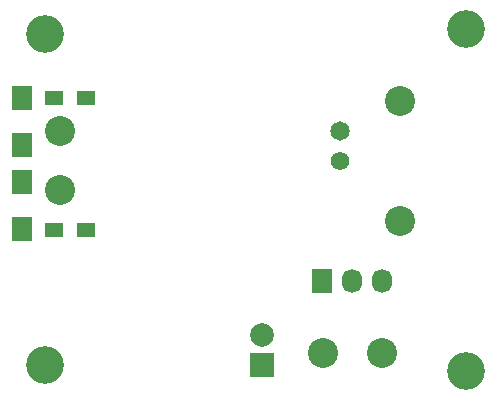
<source format=gbs>
G04 #@! TF.FileFunction,Soldermask,Bot*
%FSLAX46Y46*%
G04 Gerber Fmt 4.6, Leading zero omitted, Abs format (unit mm)*
G04 Created by KiCad (PCBNEW 4.0.1-stable) date 11/25/2016 8:33:30 PM*
%MOMM*%
G01*
G04 APERTURE LIST*
%ADD10C,0.150000*%
%ADD11C,3.200000*%
%ADD12R,1.700000X2.000000*%
%ADD13R,1.500000X1.300000*%
%ADD14C,2.540000*%
%ADD15R,2.000000X2.000000*%
%ADD16C,2.000000*%
%ADD17C,1.574800*%
%ADD18C,1.651000*%
%ADD19R,1.727200X2.032000*%
%ADD20O,1.727200X2.032000*%
G04 APERTURE END LIST*
D10*
D11*
X39624000Y-32512000D03*
D12*
X2032000Y-9430000D03*
X2032000Y-13430000D03*
X2032000Y-20542000D03*
X2032000Y-16542000D03*
D13*
X7446000Y-9398000D03*
X4746000Y-9398000D03*
X7446000Y-20574000D03*
X4746000Y-20574000D03*
D14*
X32512000Y-30988000D03*
X27512000Y-30988000D03*
X5240000Y-17242000D03*
X5240000Y-12242000D03*
D15*
X22352000Y-32004000D03*
D16*
X22352000Y-29464000D03*
D17*
X28956000Y-14732000D03*
D18*
X28956000Y-12192000D03*
D14*
X34036000Y-9652000D03*
X34036000Y-19812000D03*
D19*
X27432000Y-24892000D03*
D20*
X29972000Y-24892000D03*
X32512000Y-24892000D03*
D11*
X4000000Y-32000000D03*
X39624000Y-3556000D03*
X4000000Y-4000000D03*
M02*

</source>
